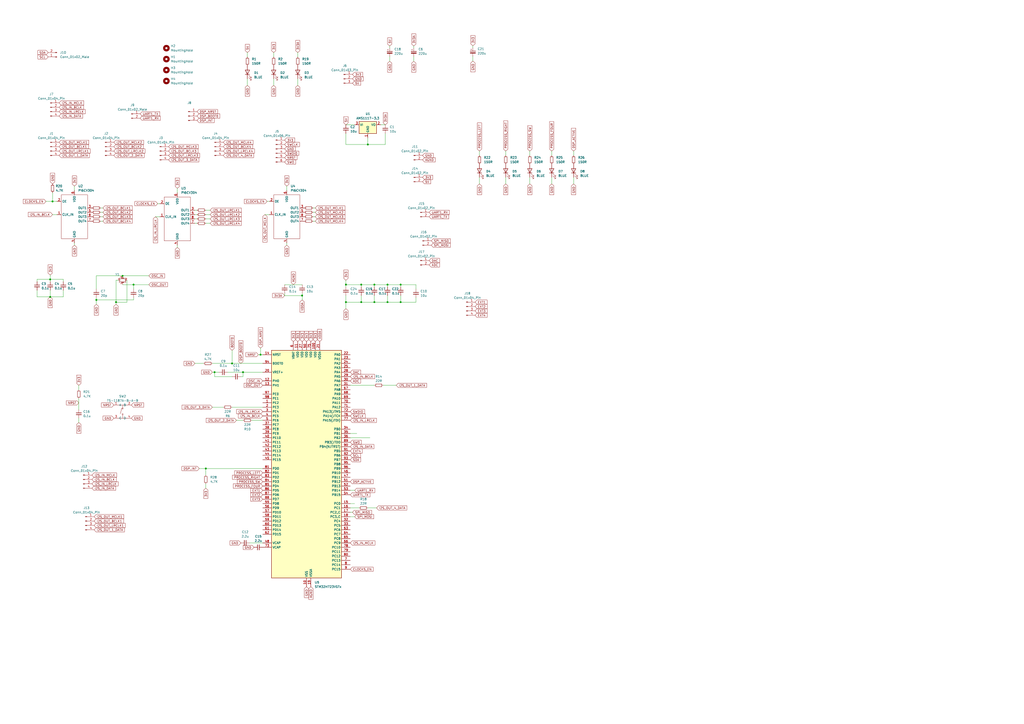
<source format=kicad_sch>
(kicad_sch (version 20231120) (generator "eeschema") (generator_version "8.0")
  (paper "A2")
  (junction (at 151.13 205.74))
  (junction (at 232.41 165.1))
  (junction (at 213.36 83.82))
  (junction (at 217.17 175.26))
  (junction (at 30.48 116.84))
  (junction (at 77.47 165.1))
  (junction (at 140.97 215.9))
  (junction (at 175.26 171.45))
  (junction (at 209.55 175.26))
  (junction (at 200.66 175.26))
  (junction (at 232.41 175.26))
  (junction (at 124.46 215.9))
  (junction (at 119.38 271.78))
  (junction (at 71.12 160.02))
  (junction (at 224.79 165.1))
  (junction (at 217.17 165.1))
  (junction (at 29.1123 162.0714))
  (junction (at 200.66 165.1))
  (junction (at 209.55 165.1))
  (junction (at 55.88 173.99))
  (junction (at 134.62 210.82))
  (junction (at 67.31 175.26))
  (junction (at 224.79 175.26))
  (junction (at 29.1123 172.2314))
  (wire (pts (xy 200.66 165.1) (xy 200.66 166.37)))
  (wire (pts (xy 232.41 175.26) (xy 241.3 175.26)))
  (wire (pts (xy 320.04 87.63) (xy 320.04 90.17)))
  (wire (pts (xy 203.2 292.1) (xy 205.74 292.1)))
  (wire (pts (xy 67.31 162.56) (xy 67.31 175.26)))
  (wire (pts (xy 45.72 231.14) (xy 45.72 237.49)))
  (wire (pts (xy 232.41 175.26) (xy 224.79 175.26)))
  (wire (pts (xy 123.19 215.9) (xy 124.46 215.9)))
  (wire (pts (xy 209.55 171.45) (xy 209.55 175.26)))
  (wire (pts (xy 240.03 26.67) (xy 240.03 27.813)))
  (wire (pts (xy 151.13 205.74) (xy 152.4 205.74)))
  (wire (pts (xy 71.12 160.02) (xy 55.88 160.02)))
  (wire (pts (xy 43.18 107.95) (xy 43.18 110.49)))
  (wire (pts (xy 232.41 171.45) (xy 232.41 175.26)))
  (wire (pts (xy 102.87 109.22) (xy 102.87 111.76)))
  (wire (pts (xy 182.88 128.27) (xy 181.61 128.27)))
  (wire (pts (xy 205.74 299.72) (xy 203.2 299.72)))
  (wire (pts (xy 172.72 49.53) (xy 172.72 45.72)))
  (wire (pts (xy 121.92 129.54) (xy 119.38 129.54)))
  (wire (pts (xy 226.06 26.67) (xy 226.06 27.813)))
  (wire (pts (xy 166.37 107.95) (xy 166.37 110.49)))
  (wire (pts (xy 119.38 271.78) (xy 152.4 271.78)))
  (wire (pts (xy 29.1123 159.5314) (xy 29.1123 162.0714)))
  (wire (pts (xy 224.79 171.45) (xy 224.79 175.26)))
  (wire (pts (xy 91.44 118.11) (xy 92.71 118.11)))
  (wire (pts (xy 217.17 171.45) (xy 217.17 175.26)))
  (wire (pts (xy 204.47 297.18) (xy 203.2 297.18)))
  (wire (pts (xy 29.1123 168.4214) (xy 29.1123 172.2314)))
  (wire (pts (xy 143.51 49.53) (xy 143.51 45.72)))
  (wire (pts (xy 59.69 128.27) (xy 58.42 128.27)))
  (wire (pts (xy 200.66 77.47) (xy 200.66 83.82)))
  (wire (pts (xy 241.3 167.64) (xy 241.3 165.1)))
  (wire (pts (xy 217.17 175.26) (xy 209.55 175.26)))
  (wire (pts (xy 213.36 80.01) (xy 213.36 83.82)))
  (wire (pts (xy 77.47 165.1) (xy 77.47 167.64)))
  (wire (pts (xy 274.32 26.543) (xy 274.32 27.686)))
  (wire (pts (xy 139.7 218.44) (xy 140.97 218.44)))
  (wire (pts (xy 59.69 123.19) (xy 58.42 123.19)))
  (wire (pts (xy 21.4923 162.0714) (xy 29.1123 162.0714)))
  (wire (pts (xy 55.88 172.72) (xy 55.88 173.99)))
  (wire (pts (xy 232.41 165.1) (xy 232.41 166.37)))
  (wire (pts (xy 224.79 175.26) (xy 217.17 175.26)))
  (wire (pts (xy 165.1 171.45) (xy 165.1 170.18)))
  (wire (pts (xy 218.44 294.64) (xy 213.36 294.64)))
  (wire (pts (xy 68.58 162.56) (xy 67.31 162.56)))
  (wire (pts (xy 59.69 120.65) (xy 58.42 120.65)))
  (wire (pts (xy 67.31 175.26) (xy 73.66 175.26)))
  (wire (pts (xy 71.12 160.02) (xy 86.36 160.02)))
  (wire (pts (xy 203.2 254) (xy 214.63 254)))
  (wire (pts (xy 55.88 173.99) (xy 55.88 176.53)))
  (wire (pts (xy 30.48 116.84) (xy 33.02 116.84)))
  (wire (pts (xy 154.94 116.84) (xy 156.21 116.84)))
  (wire (pts (xy 307.34 106.68) (xy 307.34 102.87)))
  (wire (pts (xy 55.88 173.99) (xy 77.47 173.99)))
  (wire (pts (xy 224.79 165.1) (xy 232.41 165.1)))
  (wire (pts (xy 67.31 175.26) (xy 67.31 176.53)))
  (wire (pts (xy 217.17 165.1) (xy 224.79 165.1)))
  (wire (pts (xy 121.92 121.92) (xy 119.38 121.92)))
  (wire (pts (xy 134.62 218.44) (xy 124.46 218.44)))
  (wire (pts (xy 240.03 35.56) (xy 240.03 32.893)))
  (wire (pts (xy 123.19 210.82) (xy 134.62 210.82)))
  (wire (pts (xy 114.3 124.46) (xy 113.03 124.46)))
  (wire (pts (xy 140.97 215.9) (xy 152.4 215.9)))
  (wire (pts (xy 124.46 215.9) (xy 127 215.9)))
  (wire (pts (xy 182.88 120.65) (xy 181.61 120.65)))
  (wire (pts (xy 36.7323 162.0714) (xy 36.7323 163.3414)))
  (wire (pts (xy 140.97 218.44) (xy 140.97 215.9)))
  (wire (pts (xy 45.72 223.52) (xy 45.72 226.06)))
  (wire (pts (xy 36.7323 168.4214) (xy 36.7323 172.2314)))
  (wire (pts (xy 209.55 165.1) (xy 217.17 165.1)))
  (wire (pts (xy 200.66 72.39) (xy 205.74 72.39)))
  (wire (pts (xy 134.62 236.22) (xy 152.4 236.22)))
  (wire (pts (xy 278.13 87.63) (xy 278.13 90.17)))
  (wire (pts (xy 278.13 106.68) (xy 278.13 102.87)))
  (wire (pts (xy 26.67 116.84) (xy 30.48 116.84)))
  (wire (pts (xy 203.2 251.46) (xy 207.01 251.46)))
  (wire (pts (xy 172.72 30.48) (xy 172.72 33.02)))
  (wire (pts (xy 153.67 124.46) (xy 156.21 124.46)))
  (wire (pts (xy 114.3 129.54) (xy 113.03 129.54)))
  (wire (pts (xy 200.66 162.56) (xy 200.66 165.1)))
  (wire (pts (xy 119.38 275.59) (xy 119.38 271.78)))
  (wire (pts (xy 124.46 218.44) (xy 124.46 215.9)))
  (wire (pts (xy 200.66 179.07) (xy 200.66 175.26)))
  (wire (pts (xy 146.05 243.84) (xy 152.4 243.84)))
  (wire (pts (xy 175.26 173.99) (xy 175.26 171.45)))
  (wire (pts (xy 132.08 215.9) (xy 140.97 215.9)))
  (wire (pts (xy 166.37 142.24) (xy 166.37 140.97)))
  (wire (pts (xy 217.17 165.1) (xy 217.17 166.37)))
  (wire (pts (xy 121.92 124.46) (xy 119.38 124.46)))
  (wire (pts (xy 137.16 243.84) (xy 140.97 243.84)))
  (wire (pts (xy 43.18 142.24) (xy 43.18 140.97)))
  (wire (pts (xy 209.55 165.1) (xy 209.55 166.37)))
  (wire (pts (xy 175.26 171.45) (xy 165.1 171.45)))
  (wire (pts (xy 36.7323 172.2314) (xy 29.1123 172.2314)))
  (wire (pts (xy 123.19 236.22) (xy 129.54 236.22)))
  (wire (pts (xy 113.03 210.82) (xy 118.11 210.82)))
  (wire (pts (xy 320.04 106.68) (xy 320.04 102.87)))
  (wire (pts (xy 226.06 35.56) (xy 226.06 32.893)))
  (wire (pts (xy 307.34 87.63) (xy 307.34 90.17)))
  (wire (pts (xy 102.87 143.51) (xy 102.87 142.24)))
  (wire (pts (xy 200.66 165.1) (xy 209.55 165.1)))
  (wire (pts (xy 77.47 173.99) (xy 77.47 172.72)))
  (wire (pts (xy 115.57 271.78) (xy 119.38 271.78)))
  (wire (pts (xy 241.3 172.72) (xy 241.3 175.26)))
  (wire (pts (xy 29.1123 162.0714) (xy 36.7323 162.0714)))
  (wire (pts (xy 151.13 201.93) (xy 151.13 205.74)))
  (wire (pts (xy 30.48 124.46) (xy 33.02 124.46)))
  (wire (pts (xy 90.17 125.73) (xy 92.71 125.73)))
  (wire (pts (xy 205.74 284.48) (xy 203.2 284.48)))
  (wire (pts (xy 208.28 294.64) (xy 203.2 294.64)))
  (wire (pts (xy 224.79 165.1) (xy 224.79 166.37)))
  (wire (pts (xy 143.51 30.48) (xy 143.51 33.02)))
  (wire (pts (xy 144.78 314.96) (xy 152.4 314.96)))
  (wire (pts (xy 119.38 283.21) (xy 119.38 280.67)))
  (wire (pts (xy 213.36 83.82) (xy 223.52 83.82)))
  (wire (pts (xy 293.37 87.63) (xy 293.37 90.17)))
  (wire (pts (xy 55.88 160.02) (xy 55.88 167.64)))
  (wire (pts (xy 29.1123 162.0714) (xy 29.1123 163.3414)))
  (wire (pts (xy 134.62 203.2) (xy 134.62 210.82)))
  (wire (pts (xy 29.1123 172.2314) (xy 21.4923 172.2314)))
  (wire (pts (xy 59.69 125.73) (xy 58.42 125.73)))
  (wire (pts (xy 232.41 165.1) (xy 241.3 165.1)))
  (wire (pts (xy 332.74 87.63) (xy 332.74 90.17)))
  (wire (pts (xy 223.52 72.39) (xy 220.98 72.39)))
  (wire (pts (xy 223.52 83.82) (xy 223.52 77.47)))
  (wire (pts (xy 114.3 127) (xy 113.03 127)))
  (wire (pts (xy 165.1 165.1) (xy 175.26 165.1)))
  (wire (pts (xy 293.37 106.68) (xy 293.37 102.87)))
  (wire (pts (xy 30.48 111.76) (xy 30.48 116.84)))
  (wire (pts (xy 149.86 205.74) (xy 151.13 205.74)))
  (wire (pts (xy 73.66 162.56) (xy 73.66 175.26)))
  (wire (pts (xy 209.55 175.26) (xy 200.66 175.26)))
  (wire (pts (xy 332.74 106.68) (xy 332.74 102.87)))
  (wire (pts (xy 200.66 175.26) (xy 200.66 171.45)))
  (wire (pts (xy 45.72 245.11) (xy 45.72 242.57)))
  (wire (pts (xy 114.3 121.92) (xy 113.03 121.92)))
  (wire (pts (xy 200.66 83.82) (xy 213.36 83.82)))
  (wire (pts (xy 77.47 165.1) (xy 86.36 165.1)))
  (wire (pts (xy 175.26 171.45) (xy 175.26 170.18)))
  (wire (pts (xy 158.75 30.48) (xy 158.75 33.02)))
  (wire (pts (xy 274.32 35.433) (xy 274.32 32.766)))
  (wire (pts (xy 229.87 223.52) (xy 222.25 223.52)))
  (wire (pts (xy 203.2 223.52) (xy 217.17 223.52)))
  (wire (pts (xy 21.4923 162.0714) (xy 21.4923 163.3414)))
  (wire (pts (xy 134.62 210.82) (xy 152.4 210.82)))
  (wire (pts (xy 182.88 125.73) (xy 181.61 125.73)))
  (wire (pts (xy 158.75 49.53) (xy 158.75 45.72)))
  (wire (pts (xy 182.88 123.19) (xy 181.61 123.19)))
  (wire (pts (xy 21.4923 168.4214) (xy 21.4923 172.2314)))
  (wire (pts (xy 121.92 127) (xy 119.38 127)))
  (wire (pts (xy 71.12 165.1) (xy 77.47 165.1)))
  (global_label "I2S_IN_BCLK" (shape input) (at 34.29 62.23 0) (property "Intersheetrefs" "${INTERSHEET_REFS}" (effects (hide yes))))
  (global_label "GND" (shape input) (at 320.04 106.68 270) (property "Intersheetrefs" "${INTERSHEET_REFS}" (effects (hide yes))))
  (global_label "SWO" (shape input) (at 203.2 256.54 0) (property "Intersheetrefs" "${INTERSHEET_REFS}" (effects (hide yes))))
  (global_label "3V3" (shape input) (at 43.18 107.95 90) (property "Intersheetrefs" "${INTERSHEET_REFS}" (effects (hide yes))))
  (global_label "3V3" (shape input) (at 102.87 109.22 90) (property "Intersheetrefs" "${INTERSHEET_REFS}" (effects (hide yes))))
  (global_label "GND" (shape input) (at 293.37 106.68 270) (property "Intersheetrefs" "${INTERSHEET_REFS}" (effects (hide yes))))
  (global_label "SCL" (shape input) (at 203.2 264.16 0) (property "Intersheetrefs" "${INTERSHEET_REFS}" (effects (hide yes))))
  (global_label "I2S_OUT_LRCLK1" (shape input) (at 121.92 121.92 0) (property "Intersheetrefs" "${INTERSHEET_REFS}" (effects (hide yes))))
  (global_label "3V3" (shape input) (at 119.38 283.21 270) (property "Intersheetrefs" "${INTERSHEET_REFS}" (effects (hide yes))))
  (global_label "SPI_MOSI" (shape input) (at 250.19 142.24 0) (property "Intersheetrefs" "${INTERSHEET_REFS}" (effects (hide yes))))
  (global_label "VDDA" (shape input) (at 175.26 173.99 270) (property "Intersheetrefs" "${INTERSHEET_REFS}" (effects (hide yes))))
  (global_label "SWCLK" (shape input) (at 203.2 241.3 0) (property "Intersheetrefs" "${INTERSHEET_REFS}" (effects (hide yes))))
  (global_label "SCL" (shape input) (at 27.94 33.02 180) (property "Intersheetrefs" "${INTERSHEET_REFS}" (effects (hide yes))))
  (global_label "EXT1" (shape input) (at 275.59 175.26 0) (property "Intersheetrefs" "${INTERSHEET_REFS}" (effects (hide yes))))
  (global_label "I2S_IN_LRCLK" (shape input) (at 152.4 238.76 180) (property "Intersheetrefs" "${INTERSHEET_REFS}" (effects (hide yes))))
  (global_label "5V" (shape input) (at 200.66 72.39 90) (property "Intersheetrefs" "${INTERSHEET_REFS}" (effects (hide yes))))
  (global_label "3V3" (shape input) (at 245.11 102.87 0) (property "Intersheetrefs" "${INTERSHEET_REFS}" (effects (hide yes))))
  (global_label "OSC_IN" (shape input) (at 86.36 160.02 0) (property "Intersheetrefs" "${INTERSHEET_REFS}" (effects (hide yes))))
  (global_label "I2S_OUT_BCLK4" (shape input) (at 129.54 85.09 0) (property "Intersheetrefs" "${INTERSHEET_REFS}" (effects (hide yes))))
  (global_label "SPI_MOSI" (shape input) (at 205.74 299.72 0) (property "Intersheetrefs" "${INTERSHEET_REFS}" (effects (hide yes))))
  (global_label "GND" (shape input) (at 200.66 179.07 270) (property "Intersheetrefs" "${INTERSHEET_REFS}" (effects (hide yes))))
  (global_label "GND" (shape input) (at 113.03 210.82 180) (property "Intersheetrefs" "${INTERSHEET_REFS}" (effects (hide yes))))
  (global_label "I2S_OUT_4_DATA" (shape input) (at 129.54 90.17 0) (property "Intersheetrefs" "${INTERSHEET_REFS}" (effects (hide yes))))
  (global_label "GND" (shape input) (at 102.87 143.51 270) (property "Intersheetrefs" "${INTERSHEET_REFS}" (effects (hide yes))))
  (global_label "UART1_RX" (shape input) (at 205.74 284.48 0) (property "Intersheetrefs" "${INTERSHEET_REFS}" (effects (hide yes))))
  (global_label "5V" (shape input) (at 226.06 26.67 90) (property "Intersheetrefs" "${INTERSHEET_REFS}" (effects (hide yes))))
  (global_label "I2S_OUT_1_DATA" (shape input) (at 54.61 307.34 0) (property "Intersheetrefs" "${INTERSHEET_REFS}" (effects (hide yes))))
  (global_label "DAC" (shape input) (at 248.92 151.13 0) (property "Intersheetrefs" "${INTERSHEET_REFS}" (effects (hide yes))))
  (global_label "PROCESS_LEFT" (shape input) (at 152.4 274.32 180) (property "Intersheetrefs" "${INTERSHEET_REFS}" (effects (hide yes))))
  (global_label "3V3" (shape input) (at 180.34 198.12 90) (property "Intersheetrefs" "${INTERSHEET_REFS}" (effects (hide yes))))
  (global_label "GND" (shape input) (at 240.03 35.56 270) (property "Intersheetrefs" "${INTERSHEET_REFS}" (effects (hide yes))))
  (global_label "GND" (shape input) (at 165.1 86.36 0) (property "Intersheetrefs" "${INTERSHEET_REFS}" (effects (hide yes))))
  (global_label "EXT3" (shape input) (at 275.59 180.34 0) (property "Intersheetrefs" "${INTERSHEET_REFS}" (effects (hide yes))))
  (global_label "UART1_TX" (shape input) (at 248.92 125.73 0) (property "Intersheetrefs" "${INTERSHEET_REFS}" (effects (hide yes))))
  (global_label "I2S_IN_DATA" (shape input) (at 203.2 259.08 0) (property "Intersheetrefs" "${INTERSHEET_REFS}" (effects (hide yes))))
  (global_label "I2S_OUT_MCLK4" (shape input) (at 129.54 82.55 0) (property "Intersheetrefs" "${INTERSHEET_REFS}" (effects (hide yes))))
  (global_label "EXT2" (shape input) (at 275.59 177.8 0) (property "Intersheetrefs" "${INTERSHEET_REFS}" (effects (hide yes))))
  (global_label "BOOT0" (shape input) (at 134.62 203.2 90) (property "Intersheetrefs" "${INTERSHEET_REFS}" (effects (hide yes))))
  (global_label "I2S_IN_BCLK" (shape input) (at 152.4 241.3 180) (property "Intersheetrefs" "${INTERSHEET_REFS}" (effects (hide yes))))
  (global_label "I2S_IN_MCLK" (shape input) (at 53.34 275.59 0) (property "Intersheetrefs" "${INTERSHEET_REFS}" (effects (hide yes))))
  (global_label "SWDIO" (shape input) (at 203.2 238.76 0) (property "Intersheetrefs" "${INTERSHEET_REFS}" (effects (hide yes))))
  (global_label "I2S_OUT_BCLK2" (shape input) (at 66.04 85.09 0) (property "Intersheetrefs" "${INTERSHEET_REFS}" (effects (hide yes))))
  (global_label "I2S_OUT_LRCLK3" (shape input) (at 97.79 90.17 0) (property "Intersheetrefs" "${INTERSHEET_REFS}" (effects (hide yes))))
  (global_label "I2S_OUT_MCLK1" (shape input) (at 182.88 120.65 0) (property "Intersheetrefs" "${INTERSHEET_REFS}" (effects (hide yes))))
  (global_label "GND" (shape input) (at 158.75 49.53 270) (property "Intersheetrefs" "${INTERSHEET_REFS}" (effects (hide yes))))
  (global_label "I2S_IN_LRCLK" (shape input) (at 34.29 64.77 0) (property "Intersheetrefs" "${INTERSHEET_REFS}" (effects (hide yes))))
  (global_label "I2S_OUT_MCLK3" (shape input) (at 97.79 85.09 0) (property "Intersheetrefs" "${INTERSHEET_REFS}" (effects (hide yes))))
  (global_label "GND" (shape input) (at 67.31 176.53 270) (property "Intersheetrefs" "${INTERSHEET_REFS}" (effects (hide yes))))
  (global_label "UART1_RX" (shape input) (at 248.92 123.19 0) (property "Intersheetrefs" "${INTERSHEET_REFS}" (effects (hide yes))))
  (global_label "3V3" (shape input) (at 177.8 198.12 90) (property "Intersheetrefs" "${INTERSHEET_REFS}" (effects (hide yes))))
  (global_label "5V" (shape input) (at 143.51 30.48 90) (property "Intersheetrefs" "${INTERSHEET_REFS}" (effects (hide yes))))
  (global_label "OSC_OUT" (shape input) (at 86.36 165.1 0) (property "Intersheetrefs" "${INTERSHEET_REFS}" (effects (hide yes))))
  (global_label "3V3A" (shape input) (at 223.52 72.39 90) (property "Intersheetrefs" "${INTERSHEET_REFS}" (effects (hide yes))))
  (global_label "SDA" (shape input) (at 27.94 30.48 180) (property "Intersheetrefs" "${INTERSHEET_REFS}" (effects (hide yes))))
  (global_label "NRST" (shape input) (at 76.2 234.95 0) (property "Intersheetrefs" "${INTERSHEET_REFS}" (effects (hide yes))))
  (global_label "3V3" (shape input) (at 200.66 162.56 90) (property "Intersheetrefs" "${INTERSHEET_REFS}" (effects (hide yes))))
  (global_label "I2S_OUT_MCLK3" (shape input) (at 182.88 125.73 0) (property "Intersheetrefs" "${INTERSHEET_REFS}" (effects (hide yes))))
  (global_label "5V" (shape input) (at 245.11 105.41 0) (property "Intersheetrefs" "${INTERSHEET_REFS}" (effects (hide yes))))
  (global_label "GND" (shape input) (at 139.7 314.96 180) (property "Intersheetrefs" "${INTERSHEET_REFS}" (effects (hide yes))))
  (global_label "I2S_OUT_BCLK1" (shape input) (at 34.29 85.09 0) (property "Intersheetrefs" "${INTERSHEET_REFS}" (effects (hide yes))))
  (global_label "I2S_OUT_MCLK1" (shape input) (at 34.29 82.55 0) (property "Intersheetrefs" "${INTERSHEET_REFS}" (effects (hide yes))))
  (global_label "3V3A" (shape input) (at 172.72 30.48 90) (property "Intersheetrefs" "${INTERSHEET_REFS}" (effects (hide yes))))
  (global_label "PROCESS_FOUR" (shape input) (at 152.4 281.94 180) (property "Intersheetrefs" "${INTERSHEET_REFS}" (effects (hide yes))))
  (global_label "CLOCKS_EN" (shape input) (at 26.67 116.84 180) (property "Intersheetrefs" "${INTERSHEET_REFS}" (effects (hide yes))))
  (global_label "I2S_OUT_LRCLK2" (shape input) (at 121.92 124.46 0) (property "Intersheetrefs" "${INTERSHEET_REFS}" (effects (hide yes))))
  (global_label "GND" (shape input) (at 143.51 49.53 270) (property "Intersheetrefs" "${INTERSHEET_REFS}" (effects (hide yes))))
  (global_label "GND" (shape input) (at 147.32 317.5 180) (property "Intersheetrefs" "${INTERSHEET_REFS}" (effects (hide yes))))
  (global_label "UART1_RX" (shape input) (at 81.28 68.58 0) (property "Intersheetrefs" "${INTERSHEET_REFS}" (effects (hide yes))))
  (global_label "I2S_OUT_LRCLK4" (shape input) (at 121.92 129.54 0) (property "Intersheetrefs" "${INTERSHEET_REFS}" (effects (hide yes))))
  (global_label "3V3" (shape input) (at 172.72 198.12 90) (property "Intersheetrefs" "${INTERSHEET_REFS}" (effects (hide yes))))
  (global_label "I2S_OUT_BCLK3" (shape input) (at 97.79 87.63 0) (property "Intersheetrefs" "${INTERSHEET_REFS}" (effects (hide yes))))
  (global_label "GND" (shape input) (at 76.2 242.57 0) (property "Intersheetrefs" "${INTERSHEET_REFS}" (effects (hide yes))))
  (global_label "I2S_OUT_LRCLK3" (shape input) (at 121.92 127 0) (property "Intersheetrefs" "${INTERSHEET_REFS}" (effects (hide yes))))
  (global_label "EXT4" (shape input) (at 275.59 182.88 0) (property "Intersheetrefs" "${INTERSHEET_REFS}" (effects (hide yes))))
  (global_label "3V3" (shape input) (at 170.18 198.12 90) (property "Intersheetrefs" "${INTERSHEET_REFS}" (effects (hide yes))))
  (global_label "I2S_OUT_2_DATA" (shape input) (at 66.04 90.17 0) (property "Intersheetrefs" "${INTERSHEET_REFS}" (effects (hide yes))))
  (global_label "I2S_OUT_LRCLK2" (shape input) (at 66.04 87.63 0) (property "Intersheetrefs" "${INTERSHEET_REFS}" (effects (hide yes))))
  (global_label "I2S_OUT_LRCLK1" (shape input) (at 34.29 87.63 0) (property "Intersheetrefs" "${INTERSHEET_REFS}" (effects (hide yes))))
  (global_label "CLOCKS_EN" (shape input) (at 91.44 118.11 180) (property "Intersheetrefs" "${INTERSHEET_REFS}" (effects (hide yes))))
  (global_label "SWDIO" (shape input) (at 165.1 88.9 0) (property "Intersheetrefs" "${INTERSHEET_REFS}" (effects (hide yes))))
  (global_label "NRST" (shape input) (at 66.04 234.95 180) (property "Intersheetrefs" "${INTERSHEET_REFS}" (effects (hide yes))))
  (global_label "I2S_OUT_4_DATA" (shape input) (at 218.44 294.64 0) (property "Intersheetrefs" "${INTERSHEET_REFS}" (effects (hide yes))))
  (global_label "3V3" (shape input) (at 182.88 198.12 90) (property "Intersheetrefs" "${INTERSHEET_REFS}" (effects (hide yes))))
  (global_label "I2S_IN_MCLK" (shape input) (at 203.2 314.96 0) (property "Intersheetrefs" "${INTERSHEET_REFS}" (effects (hide yes))))
  (global_label "I2S_IN_BCLK" (shape input) (at 203.2 218.44 0) (property "Intersheetrefs" "${INTERSHEET_REFS}" (effects (hide yes))))
  (global_label "I2S_OUT_MCLK" (shape input) (at 153.67 124.46 270) (property "Intersheetrefs" "${INTERSHEET_REFS}" (effects (hide yes))))
  (global_label "DSP_INT" (shape input) (at 115.57 271.78 180) (property "Intersheetrefs" "${INTERSHEET_REFS}" (effects (hide yes))))
  (global_label "3V3" (shape input) (at 166.37 107.95 90) (property "Intersheetrefs" "${INTERSHEET_REFS}" (effects (hide yes))))
  (global_label "EXT2" (shape input) (at 152.4 287.02 180) (property "Intersheetrefs" "${INTERSHEET_REFS}" (effects (hide yes))))
  (global_label "GND" (shape input) (at 166.37 142.24 270) (property "Intersheetrefs" "${INTERSHEET_REFS}" (effects (hide yes))))
  (global_label "5V" (shape input) (at 204.47 48.26 0) (property "Intersheetrefs" "${INTERSHEET_REFS}" (effects (hide yes))))
  (global_label "GND" (shape input) (at 30.48 106.68 90) (property "Intersheetrefs" "${INTERSHEET_REFS}" (effects (hide yes))))
  (global_label "I2S_OUT_MCLK2" (shape input) (at 182.88 123.19 0) (property "Intersheetrefs" "${INTERSHEET_REFS}" (effects (hide yes))))
  (global_label "PROCESS_RIGHT" (shape input) (at 152.4 276.86 180) (property "Intersheetrefs" "${INTERSHEET_REFS}" (effects (hide yes))))
  (global_label "GND" (shape input) (at 204.47 45.72 0) (property "Intersheetrefs" "${INTERSHEET_REFS}" (effects (hide yes))))
  (global_label "3V3" (shape input) (at 175.26 198.12 90) (property "Intersheetrefs" "${INTERSHEET_REFS}" (effects (hide yes))))
  (global_label "GND" (shape input) (at 55.88 176.53 270) (property "Intersheetrefs" "${INTERSHEET_REFS}" (effects (hide yes))))
  (global_label "I2S_OUT_1_DATA" (shape input) (at 34.29 90.17 0) (property "Intersheetrefs" "${INTERSHEET_REFS}" (effects (hide yes))))
  (global_label "GND" (shape input) (at 274.32 35.433 270) (property "Intersheetrefs" "${INTERSHEET_REFS}" (effects (hide yes))))
  (global_label "3V3A" (shape input) (at 240.03 26.67 90) (property "Intersheetrefs" "${INTERSHEET_REFS}" (effects (hide yes))))
  (global_label "I2S_OUT_LRCLK1" (shape input) (at 54.61 304.8 0) (property "Intersheetrefs" "${INTERSHEET_REFS}" (effects (hide yes))))
  (global_label "I2S_OUT_BCLK4" (shape input) (at 59.69 128.27 0) (property "Intersheetrefs" "${INTERSHEET_REFS}" (effects (hide yes))))
  (global_label "GND" (shape input) (at 66.04 242.57 180) (property "Intersheetrefs" "${INTERSHEET_REFS}" (effects (hide yes))))
  (global_label "3V3" (shape input) (at 45.72 223.52 90) (property "Intersheetrefs" "${INTERSHEET_REFS}" (effects (hide yes))))
  (global_label "SPI_MISO" (shape input) (at 204.47 297.18 0) (property "Intersheetrefs" "${INTERSHEET_REFS}" (effects (hide yes))))
  (global_label "I2S_OUT_LRCLK4" (shape input) (at 129.54 87.63 0) (property "Intersheetrefs" "${INTERSHEET_REFS}" (effects (hide yes))))
  (global_label "GND" (shape input) (at 307.34 106.68 270) (property "Intersheetrefs" "${INTERSHEET_REFS}" (effects (hide yes))))
  (global_label "NRST" (shape input) (at 45.72 233.68 180) (property "Intersheetrefs" "${INTERSHEET_REFS}" (effects (hide yes))))
  (global_label "SWO" (shape input) (at 165.1 93.98 0) (property "Intersheetrefs" "${INTERSHEET_REFS}" (effects (hide yes))))
  (global_label "GND" (shape input) (at 332.74 106.68 270) (property "Intersheetrefs" "${INTERSHEET_REFS}" (effects (hide yes))))
  (global_label "DSP_INT" (shape input) (at 114.3 69.85 0) (property "Intersheetrefs" "${INTERSHEET_REFS}" (effects (hide yes))))
  (global_label "I2S_IN_DATA" (shape input) (at 34.29 67.31 0) (property "Intersheetrefs" "${INTERSHEET_REFS}" (effects (hide yes))))
  (global_label "I2S_IN_DATA" (shape input) (at 53.34 283.21 0) (property "Intersheetrefs" "${INTERSHEET_REFS}" (effects (hide yes))))
  (global_label "UART1_TX" (shape input) (at 81.28 66.04 0) (property "Intersheetrefs" "${INTERSHEET_REFS}" (effects (hide yes))))
  (global_label "3V3" (shape input) (at 274.32 26.543 90) (property "Intersheetrefs" "${INTERSHEET_REFS}" (effects (hide yes))))
  (global_label "VDDA" (shape input) (at 185.42 198.12 90) (property "Intersheetrefs" "${INTERSHEET_REFS}" (effects (hide yes))))
  (global_label "GND" (shape input) (at 123.19 215.9 180) (property "Intersheetrefs" "${INTERSHEET_REFS}" (effects (hide yes))))
  (global_label "3V3" (shape input) (at 158.75 30.48 90) (property "Intersheetrefs" "${INTERSHEET_REFS}" (effects (hide yes))))
  (global_label "GND" (shape input) (at 278.13 106.68 270) (property "Intersheetrefs" "${INTERSHEET_REFS}" (effects (hide yes))))
  (global_label "EXT3" (shape input) (at 152.4 289.56 180) (property "Intersheetrefs" "${INTERSHEET_REFS}" (effects (hide yes))))
  (global_label "DSP_BOOT0" (shape input) (at 139.7 210.82 90) (property "Intersheetrefs" "${INTERSHEET_REFS}" (effects (hide yes))))
  (global_label "GND" (shape input) (at 245.11 90.17 0) (property "Intersheetrefs" "${INTERSHEET_REFS}" (effects (hide yes))))
  (global_label "DSP_NRST" (shape input) (at 151.13 201.93 90) (property "Intersheetrefs" "${INTERSHEET_REFS}" (effects (hide yes))))
  (global_label "I2S_OUT_MCLK4" (shape input) (at 182.88 128.27 0) (property "Intersheetrefs" "${INTERSHEET_REFS}" (effects (hide yes))))
  (global_label "DSP_ACTIVE" (shape input) (at 203.2 279.4 0) (property "Intersheetrefs" "${INTERSHEET_REFS}" (effects (hide yes))))
  (global_label "AGND" (shape input) (at 180.34 340.36 270) (property "Intersheetrefs" "${INTERSHEET_REFS}" (effects (hide yes))))
  (global_label "I2S_OUT_2_DATA" (shape input) (at 137.16 243.84 180) (property "Intersheetrefs" "${INTERSHEET_REFS}" (effects (hide yes))))
  (global_label "I2S_OUT_MCLK2" (shape input) (at 66.04 82.55 0) (property "Intersheetrefs" "${INTERSHEET_REFS}" (effects (hide yes))))
  (global_label "AGND" (shape input) (at 170.18 165.1 90) (property "Intersheetrefs" "${INTERSHEET_REFS}" (effects (hide yes))))
  (global_label "OSC_OUT" (shape input) (at 152.4 223.52 180) (property "Intersheetrefs" "${INTERSHEET_REFS}" (effects (hide yes))))
  (global_label "GND" (shape input) (at 226.06 35.56 270) (property "Intersheetrefs" "${INTERSHEET_REFS}" (effects (hide yes))))
  (global_label "I2S_OUT_3_DATA" (shape input) (at 97.79 92.71 0) (property "Intersheetrefs" "${INTERSHEET_REFS}" (effects (hide yes))))
  (global_label "PROCESS_RIGHT" (shape input) (at 293.37 87.63 90) (property "Intersheetrefs" "${INTERSHEET_REFS}" (effects (hide yes))))
  (global_label "DSP_ACTIVE" (shape input) (at 332.74 87.63 90) (property "Intersheetrefs" "${INTERSHEET_REFS}" (effects (hide yes))))
  (global_label "I2S_OUT_1_DATA" (shape input) (at 229.87 223.52 0) (property "Intersheetrefs" "${INTERSHEET_REFS}" (effects (hide yes))))
  (global_label "I2S_OUT_BCLK2" (shape input) (at 59.69 123.19 0) (property "Intersheetrefs" "${INTERSHEET_REFS}" (effects (hide yes))))
  (global_label "CLOCKS_EN" (shape input) (at 203.2 330.2 0) (property "Intersheetrefs" "${INTERSHEET_REFS}" (effects (hide yes))))
  (global_label "I2S_OUT_BCLK1" (shape input) (at 54.61 302.26 0) (property "Intersheetrefs" "${INTERSHEET_REFS}" (effects (hide yes))))
  (global_label "SPI_MISO" (shape input) (at 250.19 139.7 0) (property "Intersheetrefs" "${INTERSHEET_REFS}" (effects (hide yes))))
  (global_label "GND" (shape input) (at 45.72 245.11 270) (property "Intersheetrefs" "${INTERSHEET_REFS}" (effects (hide yes))))
  (global_label "3V3" (shape input) (at 29.1123 159.5314 90) (property "Intersheetrefs" "${INTERSHEET_REFS}" (effects (hide yes))))
  (global_label "I2S_IN_MCLK" (shape input) (at 34.29 59.69 0) (property "Intersheetrefs" "${INTERSHEET_REFS}" (effects (hide yes))))
  (global_label "SWCLK" (shape input) (at 165.1 83.82 0) (property "Intersheetrefs" "${INTERSHEET_REFS}" (effects (hide yes))))
  (global_label "3V3A" (shape input) (at 165.1 171.45 180) (property "Intersheetrefs" "${INTERSHEET_REFS}" (effects (hide yes))))
  (global_label "EXT1" (shape input) (at 152.4 284.48 180) (property "Intersheetrefs" "${INTERSHEET_REFS}" (effects (hide yes))))
  (global_label "PROCESS_SW" (shape input) (at 307.34 87.63 90) (property "Intersheetrefs" "${INTERSHEET_REFS}" (effects (hide yes))))
  (global_label "I2S_IN_LRCLK" (shape input) (at 90.17 125.73 270) (property "Intersheetrefs" "${INTERSHEET_REFS}" (effects (hide yes))))
  (global_label "I2S_OUT_BCLK3" (shape input) (at 59.69 125.73 0) (property "Intersheetrefs" "${INTERSHEET_REFS}" (effects (hide yes))))
  (global_label "UART1_TX" (shape input) (at 203.2 287.02 0) (property "Intersheetrefs" "${INTERSHEET_REFS}" (effects (hide yes))))
  (global_label "NRST" (shape input) (at 149.86 205.74 180) (property "Intersheetrefs" "${INTERSHEET_REFS}" (effects (hide yes))))
  (global_label "PROCESS_FOUR" (shape input) (at 320.04 87.63 90) (property "Intersheetrefs" "${INTERSHEET_REFS}" (effects (hide yes))))
  (global_label "OSC_IN" (shape input) (at 152.4 220.98 180) (property "Intersheetrefs" "${INTERSHEET_REFS}" (effects (hide yes))))
  (global_label "DAC" (shape input) (at 203.2 215.9 0) (property "Intersheetrefs" "${INTERSHEET_REFS}" (effects (hide yes))))
  (global_label "I2S_OUT_MCLK1" (shape input) (at 54.61 299.72 0) (property "Intersheetrefs" "${INTERSHEET_REFS}" (effects (hide yes))))
  (global_label "DSP_BOOT0" (shape input) (at 114.3 67.31 0) (property "Intersheetrefs" "${INTERSHEET_REFS}" (effects (hide yes))))
  (global_label "ADC" (shape input) (at 248.92 153.67 0) (property "Intersheetrefs" "${INTERSHEET_REFS}" (effects (hide yes))))
  (global_label "I2S_IN_LRCLK" (shape input) (at 53.34 280.67 0) (property "Intersheetrefs" "${INTERSHEET_REFS}" (effects (hide yes))))
  (global_label "PROCESS_SW" (shape input) (at 152.4 279.4 180) (property "Intersheetrefs" "${INTERSHEET_REFS}" (effects (hide yes))))
  (global_label "I2S_OUT_3_DATA" (shape input) (at 123.19 236.22 180) (property "Intersheetrefs" "${INTERSHEET_REFS}" (effects (hide yes))))
  (global_label "I2S_IN_BCLK" (shape input) (at 30.48 124.46 180) (property "Intersheetrefs" "${INTERSHEET_REFS}" (effects (hide yes))))
  (global_label "3V3" (shape input) (at 204.47 43.18 0) (property "Intersheetrefs" "${INTERSHEET_REFS}" (effects (hide yes))))
  (global_label "DSP_NRST" (shape input) (at 114.3 64.77 0) (property "Intersheetrefs" "${INTERSHEET_REFS}" (effects (hide yes))))
  (global_label "I2S_IN_BCLK" (shape input) (at 53.34 278.13 0) (property "Intersheetrefs" "${INTERSHEET_REFS}" (effects (hide yes))))
  (global_label "CLOCKS_EN" (shape input) (at 154.94 116.84 180) (property "Intersheetrefs" "${INTERSHEET_REFS}" (effects (hide yes))))
  (global_label "ADC" (shape input) (at 203.2 220.98 0) (property "Intersheetrefs" "${INTERSHEET_REFS}" (effects (hide yes))))
  (global_label "GND" (shape input) (at 43.18 142.24 270) (property "Intersheetrefs" "${INTERSHEET_REFS}" (effects (hide yes))))
  (global_label "AGND" (shape input) (at 245.11 92.71 0) (property "Intersheetrefs" "${INTERSHEET_REFS}" (effects (hide yes))))
  (global_label "PROCESS_LEFT" (shape input) (at 278.13 87.63 90) (property "Intersheetrefs" "${INTERSHEET_REFS}" (effects (hide yes))))
  (global_label "GND" (shape input) (at 29.1123 172.2314 270) (property "Intersheetrefs" "${INTERSHEET_REFS}" (effects (hide yes))))
  (global_label "EXT4" (shape input) (at 203.2 261.62 0) (property "Intersheetrefs" "${INTERSHEET_REFS}" (effects (hide yes))))
  (global_label "NRST" (shape input) (at 165.1 91.44 0) (property "Intersheetrefs" "${INTERSHEET_REFS}" (effects (hide yes))))
  (global_label "3V3" (shape input) (at 165.1 81.28 0) (property "Intersheetrefs" "${INTERSHEET_REFS}" (effects (hide yes))))
  (global_label "SDA" (shape input) (at 203.2 266.7 0) (property "Intersheetrefs" "${INTERSHEET_REFS}" (effects (hide yes))))
  (global_label "GND" (shape input) (at 172.72 49.53 270) (property "Intersheetrefs" "${INTERSHEET_REFS}" (effects (hide yes))))
  (global_label "GND" (shape input) (at 177.8 340.36 270) (property "Intersheetrefs" "${INTERSHEET_REFS}" (effects (hide yes))))
  (global_label "I2S_OUT_BCLK1" (shape input) (at 59.69 120.65 0) (property "Intersheetrefs" "${INTERSHEET_REFS}" (effects (hide yes))))
  (global_label "I2S_IN_LRCLK" (shape input) (at 203.2 243.84 0) (property "Intersheetrefs" "${INTERSHEET_REFS}" (effects (hide yes))))
  (symbol (lib_id "Device:LED") (at 158.75 41.91 90) (unit 1)
    (property "Reference" "D2" (at 162.56 42.2274 90) (effects (justify right)))
    (property "Value" "BLUE" (at 162.56 44.7674 90) (effects (justify right)))
    (property "Footprint" "Diode_SMD:D_0805_2012Metric" (effects (hide yes)))
    (property "Description" "Light emitting diode" (effects (hide yes)))
    (property "LCSC" "C84259" (effects (hide yes)))
  )
  (symbol (lib_id "Connector:Conn_01x02_Male") (at 33.02 33.02 180) (unit 1)
    (property "Reference" "J10" (at 34.798 30.4799 0) (effects (justify right)))
    (property "Value" "Conn_01x02_Male" (at 34.798 33.0199 0) (effects (justify right)))
    (property "Footprint" "Connector_JST:JST_PH_B2B-PH-K_1x02_P2.00mm_Vertical" (effects (hide yes)))
  )
  (symbol (lib_id "Device:C_Small") (at 241.3 170.18 0) (unit 1)
    (property "Reference" "C10" (at 243.84 168.9162 0) (effects (justify left)))
    (property "Value" "10u" (at 243.84 171.4562 0) (effects (justify left)))
    (property "Footprint" "Capacitor_SMD:C_1206_3216Metric" (effects (hide yes)))
    (property "Description" "Unpolarized capacitor, small symbol" (effects (hide yes)))
    (property "LCSC" "C13585" (effects (hide yes)))
  )
  (symbol (lib_id "Device:C_Small") (at 21.4923 165.8814 0) (unit 1)
    (property "Reference" "C3" (at 24.0323 164.6176 0) (effects (justify left)))
    (property "Value" "0.1u" (at 24.0323 167.1576 0) (effects (justify left)))
    (property "Footprint" "Capacitor_SMD:C_0805_2012Metric" (effects (hide yes)))
    (property "Description" "Unpolarized capacitor, small symbol" (effects (hide yes)))
    (property "LCSC" "C28233" (effects (hide yes)))
  )
  (symbol (lib_id "Device:C_Small") (at 224.79 168.91 0) (unit 1)
    (property "Reference" "C22" (at 227.33 167.6462 0) (effects (justify left)))
    (property "Value" "0.1u" (at 227.33 170.1862 0) (effects (justify left)))
    (property "Footprint" "Capacitor_SMD:C_0805_2012Metric" (effects (hide yes)))
    (property "Description" "Unpolarized capacitor, small symbol" (effects (hide yes)))
    (property "LCSC" "C28233" (effects (hide yes)))
  )
  (symbol (lib_id "Connector:Conn_01x02_Pin") (at 243.84 151.13 0) (unit 1)
    (property "Reference" "J17" (at 244.475 146.05 0))
    (property "Value" "Conn_01x02_Pin" (at 244.475 148.59 0))
    (property "Footprint" "Connector_PinHeader_2.54mm:PinHeader_1x02_P2.54mm_Vertical" (effects (hide yes)))
    (property "Description" "Generic connector, single row, 01x02, script generated" (effects (hide yes)))
    (property "LCSC" "C225477" (effects (hide yes)))
  )
  (symbol (lib_id "Device:R_Small") (at 293.37 92.71 0) (unit 1)
    (property "Reference" "R23" (at 295.91 91.4399 0) (effects (justify left)))
    (property "Value" "150R" (at 295.91 93.9799 0) (effects (justify left)))
    (property "Footprint" "Resistor_SMD:R_0603_1608Metric" (effects (hide yes)))
    (property "Description" "Resistor, small symbol" (effects (hide yes)))
    (property "LCSC" "C22808" (effects (hide yes)))
  )
  (symbol (lib_id "Device:LED") (at 278.13 99.06 90) (unit 1)
    (property "Reference" "D4" (at 281.94 99.3774 90) (effects (justify right)))
    (property "Value" "BLUE" (at 281.94 101.9174 90) (effects (justify right)))
    (property "Footprint" "Diode_SMD:D_0805_2012Metric" (effects (hide yes)))
    (property "Description" "Light emitting diode" (effects (hide yes)))
    (property "LCSC" "C84259" (effects (hide yes)))
  )
  (symbol (lib_id "Device:LED") (at 293.37 99.06 90) (unit 1)
    (property "Reference" "D5" (at 297.18 99.3774 90) (effects (justify right)))
    (property "Value" "BLUE" (at 297.18 101.9174 90) (effects (justify right)))
    (property "Footprint" "Diode_SMD:D_0805_2012Metric" (effects (hide yes)))
    (property "Description" "Light emitting diode" (effects (hide yes)))
    (property "LCSC" "C84259" (effects (hide yes)))
  )
  (symbol (lib_id "Connector:Conn_01x04_Pin") (at 49.53 302.26 0) (unit 1)
    (property "Reference" "J13" (at 50.165 294.64 0))
    (property "Value" "Conn_01x04_Pin" (at 50.165 297.18 0))
    (property "Footprint" "Connector_PinHeader_2.54mm:PinHeader_1x04_P2.54mm_Vertical" (effects (hide yes)))
    (property "Description" "Generic connector, single row, 01x04, script generated" (effects (hide yes)))
    (property "LCSC" "C6332197" (effects (hide yes)))
  )
  (symbol (lib_id "Device:R_Small") (at 179.07 120.65 90) (unit 1)
    (property "Reference" "R3" (effects (hide yes)))
    (property "Value" "22R" (effects (hide yes)))
    (property "Footprint" "Resistor_SMD:R_0603_1608Metric" (effects (hide yes)))
    (property "Description" "Resistor, small symbol" (effects (hide yes)))
    (property "LCSC" "C23345" (effects (hide yes)))
  )
  (symbol (lib_id "Connector:Conn_01x04_Pin") (at 29.21 85.09 0) (unit 1)
    (property "Reference" "J1" (at 29.845 77.47 0))
    (property "Value" "Conn_01x04_Pin" (at 29.845 80.01 0))
    (property "Footprint" "Connector_JST:JST_PH_B4B-PH-K_1x04_P2.00mm_Vertical" (effects (hide yes)))
    (property "Description" "Generic connector, single row, 01x04, script generated" (effects (hide yes)))
  )
  (symbol (lib_id "Mechanical:MountingHole") (at 96.52 27.94 0) (unit 1) (exclude_from_sim yes) (in_bom no)
    (property "Reference" "H2" (at 99.06 26.6699 0) (effects (justify left)))
    (property "Value" "MountingHole" (at 99.06 29.2099 0) (effects (justify left)))
    (property "Footprint" "MountingHole:MountingHole_3.2mm_M3_DIN965_Pad_TopOnly" (effects (hide yes)))
    (property "Description" "Mounting Hole without connection" (effects (hide yes)))
  )
  (symbol (lib_id "Device:C_Small") (at 223.52 74.93 0) (unit 1)
    (property "Reference" "C1" (at 226.06 73.6662 0) (effects (justify left)))
    (property "Value" "10u" (at 226.06 76.2062 0) (effects (justify left)))
    (property "Footprint" "Capacitor_SMD:C_1206_3216Metric" (effects (hide yes)))
    (property "Description" "Unpolarized capacitor, small symbol" (effects (hide yes)))
    (property "LCSC" "C13585" (effects (hide yes)))
  )
  (symbol (lib_id "Mechanical:MountingHole") (at 96.52 34.29 0) (unit 1) (exclude_from_sim yes) (in_bom no)
    (property "Reference" "H1" (at 99.06 33.0199 0) (effects (justify left)))
    (property "Value" "MountingHole" (at 99.06 35.5599 0) (effects (justify left)))
    (property "Footprint" "MountingHole:MountingHole_3.2mm_M3_DIN965_Pad_TopOnly" (effects (hide yes)))
    (property "Description" "Mounting Hole without connection" (effects (hide yes)))
  )
  (symbol (lib_id "Connector:Conn_01x02_Pin") (at 243.84 123.19 0) (unit 1)
    (property "Reference" "J15" (at 244.475 118.11 0))
    (property "Value" "Conn_01x02_Pin" (at 244.475 120.65 0))
    (property "Footprint" "Connector_PinHeader_2.54mm:PinHeader_1x02_P2.54mm_Vertical" (effects (hide yes)))
    (property "Description" "Generic connector, single row, 01x02, script generated" (effects (hide yes)))
    (property "LCSC" "C225477" (effects (hide yes)))
  )
  (symbol (lib_id "Device:R_Small") (at 219.71 223.52 90) (unit 1)
    (property "Reference" "R14" (at 219.71 218.44 90))
    (property "Value" "22R" (at 219.71 220.98 90))
    (property "Footprint" "Resistor_SMD:R_0603_1608Metric" (effects (hide yes)))
    (property "Description" "Resistor, small symbol" (effects (hide yes)))
    (property "LCSC" "C23345" (effects (hide yes)))
  )
  (symbol (lib_id "Connector:Conn_01x02_Pin") (at 240.03 102.87 0) (unit 1)
    (property "Reference" "J14" (at 240.665 97.79 0))
    (property "Value" "Conn_01x02_Pin" (at 240.665 100.33 0))
    (property "Footprint" "Connector_PinHeader_2.54mm:PinHeader_1x02_P2.54mm_Vertical" (effects (hide yes)))
    (property "Description" "Generic connector, single row, 01x02, script generated" (effects (hide yes)))
    (property "LCSC" "C225477" (effects (hide yes)))
  )
  (symbol (lib_id "Device:R_Small") (at 210.82 294.64 90) (unit 1)
    (property "Reference" "R18" (at 210.82 289.56 90))
    (property "Value" "22R" (at 210.82 292.1 90))
    (property "Footprint" "Resistor_SMD:R_0603_1608Metric" (effects (hide yes)))
    (property "Description" "Resistor, small symbol" (effects (hide yes)))
    (property "LCSC" "C23345" (effects (hide yes)))
  )
  (symbol (lib_id "Regulator_Linear:AMS1117-3.3") (at 213.36 72.39 0) (unit 1)
    (property "Reference" "U1" (at 213.36 66.04 0))
    (property "Value" "AMS1117-3.3" (at 213.36 68.58 0))
    (property "Footprint" "Package_TO_SOT_SMD:SOT-223-3_TabPin2" (effects (hide yes)))
    (property "Datasheet" "http://www.advanced-monolithic.com/pdf/ds1117.pdf" (effects (hide yes)))
    (property "Description" "1A Low Dropout regulator, positive, 3.3V fixed output, SOT-223" (effects (hide yes)))
    (property "LCSC" "C6186" (effects (hide yes)))
  )
  (symbol (lib_id "Connector:Conn_01x04_Pin") (at 124.46 85.09 0) (unit 1)
    (property "Reference" "J4" (at 125.095 77.47 0))
    (property "Value" "Conn_01x04_Pin" (at 125.095 80.01 0))
    (property "Footprint" "Connector_JST:JST_PH_B4B-PH-K_1x04_P2.00mm_Vertical" (effects (hide yes)))
    (property "Description" "Generic connector, single row, 01x04, script generated" (effects (hide yes)))
  )
  (symbol (lib_id "Custom:PI6CV304") (at 167.64 138.43 0) (unit 1)
    (property "Reference" "U4" (at 168.5641 107.95 0) (effects (justify left)))
    (property "Value" "PI6CV304" (at 168.5641 110.49 0) (effects (justify left)))
    (property "Footprint" "Package_SO:TSSOP-8_4.4x3mm_P0.65mm" (effects (hide yes)))
    (property "Mouser" "729-PI6CV304LEX" (effects (hide yes)))
    (property "LCSC" "C2649345" (effects (hide yes)))
  )
  (symbol (lib_id "Device:R_Small") (at 30.48 109.22 0) (unit 1)
    (property "Reference" "R20" (at 32.258 107.95 0) (effects (justify left)))
    (property "Value" "4.7K" (at 32.258 110.49 0) (effects (justify left)))
    (property "Footprint" "Resistor_SMD:R_0603_1608Metric" (effects (hide yes)))
    (property "Description" "Resistor, small symbol" (effects (hide yes)))
    (property "LCSC" "C23162" (effects (hide yes)))
  )
  (symbol (lib_id "Device:C_Small") (at 149.86 317.5 270) (unit 1)
    (property "Reference" "C15" (at 149.8536 311.15 90))
    (property "Value" "2.2u" (at 149.8536 313.69 90))
    (property "Footprint" "Capacitor_SMD:C_1206_3216Metric" (effects (hide yes)))
    (property "Description" "Unpolarized capacitor, small symbol" (effects (hide yes)))
    (property "LCSC" "C50254" (effects (hide yes)))
  )
  (symbol (lib_id "Device:C_Small") (at 217.17 168.91 0) (unit 1)
    (property "Reference" "C17" (at 219.71 167.6462 0) (effects (justify left)))
    (property "Value" "0.1u" (at 219.71 170.1862 0) (effects (justify left)))
    (property "Footprint" "Capacitor_SMD:C_0805_2012Metric" (effects (hide yes)))
    (property "Description" "Unpolarized capacitor, small symbol" (effects (hide yes)))
    (property "LCSC" "C28233" (effects (hide yes)))
  )
  (symbol (lib_id "Custom:PI6CV304") (at 44.45 138.43 0) (unit 1)
    (property "Reference" "U2" (at 45.3741 107.95 0) (effects (justify left)))
    (property "Value" "PI6CV304" (at 45.3741 110.49 0) (effects (justify left)))
    (property "Footprint" "Package_SO:TSSOP-8_4.4x3mm_P0.65mm" (effects (hide yes)))
    (property "Mouser" "729-PI6CV304LEX" (effects (hide yes)))
    (property "LCSC" "C2649345" (effects (hide yes)))
  )
  (symbol (lib_id "Device:LED") (at 307.34 99.06 90) (unit 1)
    (property "Reference" "D6" (at 311.15 99.3774 90) (effects (justify right)))
    (property "Value" "BLUE" (at 311.15 101.9174 90) (effects (justify right)))
    (property "Footprint" "Diode_SMD:D_0805_2012Metric" (effects (hide yes)))
    (property "Description" "Light emitting diode" (effects (hide yes)))
    (property "LCSC" "C84259" (effects (hide yes)))
  )
  (symbol (lib_id "Device:R_Small") (at 179.07 123.19 90) (unit 1)
    (property "Reference" "R7" (effects (hide yes)))
    (property "Value" "22R" (effects (hide yes)))
    (property "Footprint" "Resistor_SMD:R_0603_1608Metric" (effects (hide yes)))
    (property "Description" "Resistor, small symbol" (effects (hide yes)))
    (property "LCSC" "C23345" (effects (hide yes)))
  )
  (symbol (lib_id "Device:R_Small") (at 179.07 128.27 90) (unit 1)
    (property "Reference" "R15" (effects (hide yes)))
    (property "Value" "22R" (effects (hide yes)))
    (property "Footprint" "Resistor_SMD:R_0603_1608Metric" (effects (hide yes)))
    (property "Description" "Resistor, small symbol" (effects (hide yes)))
    (property "LCSC" "C23345" (effects (hide yes)))
  )
  (symbol (lib_id "Device:R_Small") (at 116.84 124.46 90) (unit 1)
    (property "Reference" "R9" (effects (hide yes)))
    (property "Value" "22R" (effects (hide yes)))
    (property "Footprint" "Resistor_SMD:R_0603_1608Metric" (effects (hide yes)))
    (property "Description" "Resistor, small symbol" (effects (hide yes)))
    (property "LCSC" "C23345" (effects (hide yes)))
  )
  (symbol (lib_id "Device:R_Small") (at 132.08 236.22 270) (unit 1)
    (property "Reference" "R6" (at 132.08 241.3 90))
    (property "Value" "22R" (at 132.08 238.76 90))
    (property "Footprint" "Resistor_SMD:R_0603_1608Metric" (effects (hide yes)))
    (property "Description" "Resistor, small symbol" (effects (hide yes)))
    (property "LCSC" "C23345" (effects (hide yes)))
  )
  (symbol (lib_id "Device:C_Small") (at 165.1 167.64 0) (unit 1)
    (property "Reference" "C14" (at 167.64 166.3762 0) (effects (justify left)))
    (property "Value" "0.1u" (at 167.64 168.9162 0) (effects (justify left)))
    (property "Footprint" "Capacitor_SMD:C_0805_2012Metric" (effects (hide yes)))
    (property "Description" "Unpolarized capacitor, small symbol" (effects (hide yes)))
    (property "LCSC" "C28233" (effects (hide yes)))
  )
  (symbol (lib_id "Connector:Conn_01x06_Pin") (at 160.02 86.36 0) (unit 1)
    (property "Reference" "J5" (at 160.655 76.2 0))
    (property "Value" "Conn_01x06_Pin" (at 160.655 78.74 0))
    (property "Footprint" "Connector_PinHeader_2.54mm:PinHeader_1x06_P2.54mm_Vertical" (effects (hide yes)))
    (property "Description" "Generic connector, single row, 01x06, script generated" (effects (hide yes)))
    (property "LCSC" "C6332199" (effects (hide yes)))
  )
  (symbol (lib_id "Device:R_Small") (at 320.04 92.71 0) (unit 1)
    (property "Reference" "R25" (at 322.58 91.4399 0) (effects (justify left)))
    (property "Value" "150R" (at 322.58 93.9799 0) (effects (justify left)))
    (property "Footprint" "Resistor_SMD:R_0603_1608Metric" (effects (hide yes)))
    (property "Description" "Resistor, small symbol" (effects (hide yes)))
    (property "LCSC" "C22808" (effects (hide yes)))
  )
  (symbol (lib_id "Device:R_Small") (at 120.65 210.82 90) (unit 1)
    (property "Reference" "R27" (at 120.65 205.74 90))
    (property "Value" "4.7K" (at 120.65 208.28 90))
    (property "Footprint" "Resistor_SMD:R_0603_1608Metric" (effects (hide yes)))
    (property "Description" "Resistor, small symbol" (effects (hide yes)))
    (property "LCSC" "C23162" (effects (hide yes)))
  )
  (symbol (lib_id "Device:Crystal_GND24_Small") (at 71.12 162.56 90) (unit 1)
    (property "Reference" "Y1" (at 68.072 159.258 90))
    (property "Value" "25 MHz" (effects (hide yes)))
    (property "Footprint" "Crystal:Crystal_SMD_SeikoEpson_FA238-4Pin_3.2x2.5mm" (effects (hide yes)))
    (property "Description" "Four pin crystal, GND on pins 2 and 4, small symbol" (effects (hide yes)))
    (property "Mouser" "520-240-8-33B2CKMTR3" (effects (hide yes)))
    (property "LCSC" "C9006" (effects (hide yes)))
  )
  (symbol (lib_id "Connector:Conn_01x02_Pin") (at 245.11 139.7 0) (unit 1)
    (property "Reference" "J16" (at 245.745 134.62 0))
    (property "Value" "Conn_01x02_Pin" (at 245.745 137.16 0))
    (property "Footprint" "Connector_PinHeader_2.54mm:PinHeader_1x02_P2.54mm_Vertical" (effects (hide yes)))
    (property "Description" "Generic connector, single row, 01x02, script generated" (effects (hide yes)))
    (property "LCSC" "C225477" (effects (hide yes)))
  )
  (symbol (lib_id "Device:C_Polarized_Small") (at 226.06 30.353 0) (unit 1)
    (property "Reference" "C18" (at 228.727 28.5369 0) (effects (justify left)))
    (property "Value" "220u" (at 228.727 31.0769 0) (effects (justify left)))
    (property "Footprint" "Capacitor_SMD:CP_Elec_6.3x7.7" (effects (hide yes)))
    (property "LCSC" "C4747974" (effects (hide yes)))
  )
  (symbol (lib_id "Device:C_Small") (at 142.24 314.96 270) (unit 1)
    (property "Reference" "C12" (at 142.2336 308.61 90))
    (property "Value" "2.2u" (at 142.2336 311.15 90))
    (property "Footprint" "Capacitor_SMD:C_1206_3216Metric" (effects (hide yes)))
    (property "Description" "Unpolarized capacitor, small symbol" (effects (hide yes)))
    (property "LCSC" "C50254" (effects (hide yes)))
  )
  (symbol (lib_id "Device:C_Small") (at 55.88 170.18 0) (unit 1)
    (property "Reference" "C7" (at 58.42 168.9162 0) (effects (justify left)))
    (property "Value" "20p" (at 58.42 171.4562 0) (effects (justify left)))
    (property "Footprint" "Capacitor_SMD:C_0805_2012Metric" (effects (hide yes)))
    (property "Description" "Unpolarized capacitor, small symbol" (effects (hide yes)))
    (property "LCSC" "C1798" (effects (hide yes)))
  )
  (symbol (lib_id "Connector:Conn_01x03_Pin") (at 109.22 67.31 0) (unit 1)
    (property "Reference" "J8" (at 109.855 59.69 0))
    (property "Value" "Conn_01x03_Pin" (effects (hide yes)))
    (property "Footprint" "Connector_JST:JST_PH_B3B-PH-K_1x03_P2.00mm_Vertical" (effects (hide yes)))
    (property "Description" "Generic connector, single row, 01x03, script generated" (effects (hide yes)))
  )
  (symbol (lib_id "Connector:Conn_01x02_Male") (at 76.2 66.04 0) (unit 1)
    (property "Reference" "J9" (at 76.835 60.96 0))
    (property "Value" "Conn_01x02_Male" (at 76.835 63.5 0))
    (property "Footprint" "Connector_JST:JST_PH_B2B-PH-K_1x02_P2.00mm_Vertical" (effects (hide yes)))
  )
  (symbol (lib_id "Device:R_Small") (at 332.74 92.71 0) (unit 1)
    (property "Reference" "R26" (at 335.28 91.4399 0) (effects (justify left)))
    (property "Value" "150R" (at 335.28 93.9799 0) (effects (justify left)))
    (property "Footprint" "Resistor_SMD:R_0603_1608Metric" (effects (hide yes)))
    (property "Description" "Resistor, small symbol" (effects (hide yes)))
    (property "LCSC" "C22808" (effects (hide yes)))
  )
  (symbol (lib_id "Custom:PI6CV304") (at 104.14 139.7 0) (unit 1)
    (property "Reference" "U3" (at 105.0641 109.22 0) (effects (justify left)))
    (property "Value" "PI6CV304" (at 105.0641 111.76 0) (effects (justify left)))
    (property "Footprint" "Package_SO:TSSOP-8_4.4x3mm_P0.65mm" (effects (hide yes)))
    (property "Mouser" "729-PI6CV304LEX" (effects (hide yes)))
    (property "LCSC" "C2649345" (effects (hide yes)))
  )
  (symbol (lib_id "Device:R_Small") (at 119.38 278.13 0) (unit 1)
    (property "Reference" "R28" (at 121.92 276.8599 0) (effects (justify left)))
    (property "Value" "4.7K" (at 121.92 279.3999 0) (effects (justify left)))
    (property "Footprint" "Resistor_SMD:R_0603_1608Metric" (effects (hide yes)))
    (property "Description" "Resistor, small symbol" (effects (hide yes)))
    (property "LCSC" "C23162" (effects (hide yes)))
  )
  (symbol (lib_id "Device:R_Small") (at 172.72 35.56 0) (unit 1)
    (property "Reference" "R19" (at 175.26 34.2899 0) (effects (justify left)))
    (property "Value" "150R" (at 175.26 36.8299 0) (effects (justify left)))
    (property "Footprint" "Resistor_SMD:R_0603_1608Metric" (effects (hide yes)))
    (property "Description" "Resistor, small symbol" (effects (hide yes)))
    (property "LCSC" "C22808" (effects (hide yes)))
  )
  (symbol (lib_id "Connector:Conn_01x04_Pin") (at 270.51 177.8 0) (unit 1)
    (property "Reference" "J18" (at 271.145 170.18 0))
    (property "Value" "Conn_01x04_Pin" (at 271.145 172.72 0))
    (property "Footprint" "Connector_PinHeader_2.54mm:PinHeader_1x04_P2.54mm_Vertical" (effects (hide yes)))
    (property "Description" "Generic connector, single row, 01x04, script generated" (effects (hide yes)))
    (property "LCSC" "C6332197" (effects (hide yes)))
  )
  (symbol (lib_id "Connector:Conn_01x04_Pin") (at 92.71 87.63 0) (unit 1)
    (property "Reference" "J3" (at 93.345 80.01 0))
    (property "Value" "Conn_01x04_Pin" (at 93.345 82.55 0))
    (property "Footprint" "Connector_JST:JST_PH_B4B-PH-K_1x04_P2.00mm_Vertical" (effects (hide yes)))
    (property "Description" "Generic connector, single row, 01x04, script generated" (effects (hide yes)))
  )
  (symbol (lib_id "Connector:Conn_01x03_Pin") (at 199.39 45.72 0) (unit 1)
    (property "Reference" "J6" (at 200.025 38.1 0))
    (property "Value" "Conn_01x03_Pin" (at 200.025 40.64 0))
    (property "Footprint" "Connector_JST:JST_PH_B3B-PH-K_1x03_P2.00mm_Vertical" (effects (hide yes)))
    (property "Description" "Generic connector, single row, 01x03, script generated" (effects (hide yes)))
  )
  (symbol (lib_id "Device:C_Small") (at 200.66 74.93 0) (unit 1)
    (property "Reference" "C2" (at 203.2 73.6662 0) (effects (justify left)))
    (property "Value" "10u" (at 203.2 76.2062 0) (effects (justify left)))
    (property "Footprint" "Capacitor_SMD:C_1206_3216Metric" (effects (hide yes)))
    (property "Description" "Unpolarized capacitor, small symbol" (effects (hide yes)))
    (property "LCSC" "C13585" (effects (hide yes)))
  )
  (symbol (lib_id "easyeda2kicad:TS-1187A-B-A-B") (at 71.12 237.49 0) (unit 1)
    (property "Reference" "SW2" (at 71.12 229.87 0))
    (property "Value" "TS-1187A-B-A-B" (at 71.12 232.41 0))
    (property "Footprint" "easyeda2kicad:SW-SMD_4P-L5.1-W5.1-P3.70-LS6.5-TL_H1.5" (effects (hide yes)))
    (property "Datasheet" "https://lcsc.com/product-detail/Tactile-Switches_XKB-Enterprise-TS-1187-B-A-A_C318884.html" (effects (hide yes)))
    (property "LCSC Part" "C318884" (effects (hide yes)))
  )
  (symbol (lib_id "Connector:Conn_01x04_Pin") (at 48.26 278.13 0) (unit 1)
    (property "Reference" "J12" (at 48.895 270.51 0))
    (property "Value" "Conn_01x04_Pin" (at 48.895 273.05 0))
    (property "Footprint" "Connector_PinHeader_2.54mm:PinHeader_1x04_P2.54mm_Vertical" (effects (hide yes)))
    (property "Description" "Generic connector, single row, 01x04, script generated" (effects (hide yes)))
    (property "LCSC" "C6332197" (effects (hide yes)))
  )
  (symbol (lib_id "Device:C_Small") (at 232.41 168.91 0) (unit 1)
    (property "Reference" "C29" (effects (hide yes)))
    (property "Value" "0.1u" (effects (hide yes)))
    (property "Footprint" "Capacitor_SMD:C_0805_2012Metric" (effects (hide yes)))
    (property "Description" "Unpolarized capacitor, small symbol" (effects (hide yes)))
    (property "LCSC" "C28233" (effects (hide yes)))
  )
  (symbol (lib_id "Device:C_Small") (at 200.66 168.91 0) (unit 1)
    (property "Reference" "C24" (at 203.2 167.6462 0) (effects (justify left)))
    (property "Value" "0.1u" (at 203.2 170.1862 0) (effects (justify left)))
    (property "Footprint" "Capacitor_SMD:C_0805_2012Metric" (effects (hide yes)))
    (property "Description" "Unpolarized capacitor, small symbol" (effects (hide yes)))
    (property "LCSC" "C28233" (effects (hide yes)))
  )
  (symbol (lib_id "Device:R_Small") (at 143.51 35.56 0) (unit 1)
    (property "Reference" "R1" (at 146.05 34.2899 0) (effects (justify left)))
    (property "Value" "150R" (at 146.05 36.8299 0) (effects (justify left)))
    (property "Footprint" "Resistor_SMD:R_0603_1608Metric" (effects (hide yes)))
    (property "Description" "Resistor, small symbol" (effects (hide yes)))
    (property "LCSC" "C22808" (effects (hide yes)))
  )
  (symbol (lib_id "Device:C_Small") (at 209.55 168.91 0) (unit 1)
    (property "Reference" "C19" (at 212.09 167.6462 0) (effects (justify left)))
    (property "Value" "0.1u" (at 212.09 170.1862 0) (effects (justify left)))
    (property "Footprint" "Capacitor_SMD:C_0805_2012Metric" (effects (hide yes)))
    (property "Description" "Unpolarized capacitor, small symbol" (effects (hide yes)))
    (property "LCSC" "C28233" (effects (hide yes)))
  )
  (symbol (lib_id "Device:R_Small") (at 179.07 125.73 90) (unit 1)
    (property "Reference" "R11" (effects (hide yes)))
    (property "Value" "22R" (effects (hide yes)))
    (property "Footprint" "Resistor_SMD:R_0603_1608Metric" (effects (hide yes)))
    (property "Description" "Resistor, small symbol" (effects (hide yes)))
    (property "LCSC" "C23345" (effects (hide yes)))
  )
  (symbol (lib_id "Device:R_Small") (at 55.88 128.27 90) (unit 1)
    (property "Reference" "R16" (effects (hide yes)))
    (property "Value" "22R" (effects (hide yes)))
    (property "Footprint" "Resistor_SMD:R_0603_1608Metric" (effects (hide yes)))
    (property "Description" "Resistor, small symbol" (effects (hide yes)))
    (property "LCSC" "C23345" (effects (hide yes)))
  )
  (symbol (lib_id "Device:LED") (at 332.74 99.06 90) (unit 1)
    (property "Reference" "D8" (at 336.55 99.3774 90) (effects (justify right)))
    (property "Value" "BLUE" (at 336.55 101.9174 90) (effects (justify right)))
    (property "Footprint" "Diode_SMD:D_0805_2012Metric" (effects (hide yes)))
    (property "Description" "Light emitting diode" (effects (hide yes)))
    (property "LCSC" "C84259" (effects (hide yes)))
  )
  (symbol (lib_id "Device:R_Small") (at 55.88 125.73 90) (unit 1)
    (property "Reference" "R12" (effects (hide yes)))
    (property "Value" "22R" (effects (hide yes)))
    (property "Footprint" "Resistor_SMD:R_0603_1608Metric" (effects (hide yes)))
    (property "Description" "Resistor, small symbol" (effects (hide yes)))
    (property "LCSC" "C23345" (effects (hide yes)))
  )
  (symbol (lib_id "Device:R_Small") (at 116.84 127 90) (unit 1)
    (property "Reference" "R13" (effects (hide yes)))
    (property "Value" "22R" (effects (hide yes)))
    (property "Footprint" "Resistor_SMD:R_0603_1608Metric" (effects (hide yes)))
    (property "Description" "Resistor, small symbol" (effects (hide yes)))
    (property "LCSC" "C23345" (effects (hide yes)))
  )
  (symbol (lib_id "Connector:Conn_01x04_Pin") (at 29.21 62.23 0) (unit 1)
    (property "Reference" "J7" (at 29.845 54.61 0))
    (property "Value" "Conn_01x04_Pin" (at 29.845 57.15 0))
    (property "Footprint" "Connector_JST:JST_PH_B4B-PH-K_1x04_P2.00mm_Vertical" (effects (hide yes)))
    (property "Description" "Generic connector, single row, 01x04, script generated" (effects (hide yes)))
  )
  (symbol (lib_id "Device:C_Small") (at 77.47 170.18 0) (unit 1)
    (property "Reference" "C8" (at 80.01 168.9162 0) (effects (justify left)))
    (property "Value" "20p" (at 80.01 171.4562 0) (effects (justify left)))
    (property "Footprint" "Capacitor_SMD:C_0805_2012Metric" (effects (hide yes)))
    (property "Description" "Unpolarized capacitor, small symbol" (effects (hide yes)))
    (property "LCSC" "C1798" (effects (hide yes)))
  )
  (symbol (lib_id "Device:C_Small") (at 29.1123 165.8814 0) (unit 1)
    (property "Reference" "C4" (at 31.6523 164.6176 0) (effects (justify left)))
    (property "Value" "0.1u" (at 31.6523 167.1576 0) (effects (justify left)))
    (property "Footprint" "Capacitor_SMD:C_0805_2012Metric" (effects (hide yes)))
    (property "Description" "Unpolarized capacitor, small symbol" (effects (hide yes)))
    (property "LCSC" "C28233" (effects (hide yes)))
  )
  (symbol (lib_id "Device:LED") (at 143.51 41.91 90) (unit 1)
    (property "Reference" "D1" (at 147.32 42.2274 90) (effects (justify right)))
    (property "Value" "BLUE" (at 147.32 44.7674 90) (effects (justify right)))
    (property "Footprint" "Diode_SMD:D_0805_2012Metric" (effects (hide yes)))
    (property "Description" "Light emitting diode" (effects (hide yes)))
    (property "LCSC" "C84259" (effects (hide yes)))
  )
  (symbol (lib_id "Device:R_Small") (at 278.13 92.71 0) (unit 1)
    (property "Reference" "R22" (at 280.67 91.4399 0) (effects (justify left)))
    (property "Value" "150R" (at 280.67 93.9799 0) (effects (justify left)))
    (property "Footprint" "Resistor_SMD:R_0603_1608Metric" (effects (hide yes)))
    (property "Description" "Resistor, small symbol" (effects (hide yes)))
    (property "LCSC" "C22808" (effects (hide yes)))
  )
  (symbol (lib_id "Device:C_Polarized_Small") (at 274.32 30.226 0) (unit 1)
    (property "Reference" "C21" (at 276.987 28.4099 0) (effects (justify left)))
    (property "Value" "220u" (at 276.987 30.9499 0) (effects (justify left)))
    (property "Footprint" "Capacitor_SMD:CP_Elec_6.3x7.7" (effects (hide yes)))
    (property "LCSC" "C4747974" (effects (hide yes)))
  )
  (symbol (lib_id "Device:R_Small") (at 143.51 243.84 270) (unit 1)
    (property "Reference" "R10" (at 143.51 248.92 90))
    (property "Value" "22R" (at 143.51 246.38 90))
    (property "Footprint" "Resistor_SMD:R_0603_1608Metric" (effects (hide yes)))
    (property "Description" "Resistor, small symbol" (effects (hide yes)))
    (property "LCSC" "C23345" (effects (hide yes)))
  )
  (symbol (lib_id "MCU_ST_STM32H7:STM32H723VGTx") (at 177.8 269.24 0) (unit 1)
    (property "Reference" "U5" (at 182.5341 337.82 0) (effects (justify left)))
    (property "Value" "STM32H723VGTx" (at 182.5341 340.36 0) (effects (justify left)))
    (property "Footprint" "Package_QFP:LQFP-100_14x14mm_P0.5mm" (effects (hide yes)))
    (property "Datasheet" "https://www.st.com/resource/en/datasheet/stm32h723vg.pdf" (effects (hide yes)))
    (property "Description" "STMicroelectronics Arm Cortex-M7 MCU, 1024KB flash, 564KB RAM, 550 MHz, 1.71-3.6V, 82 GPIO, LQFP100" (effects (hide yes)))
    (property "LCSC" "C730142" (effects (hide yes)))
  )
  (symbol (lib_id "Device:R_Small") (at 55.88 120.65 90) (unit 1)
    (property "Reference" "R4" (effects (hide yes)))
    (property "Value" "22R" (effects (hide yes)))
    (property "Footprint" "Resistor_SMD:R_0603_1608Metric" (effects (hide yes)))
    (property "Description" "Resistor, small symbol" (effects (hide yes)))
    (property "LCSC" "C23345" (effects (hide yes)))
  )
  (symbol (lib_id "Mechanical:MountingHole") (at 96.52 40.64 0) (unit 1) (exclude_from_sim yes) (in_bom no)
    (property "Reference" "H3" (at 99.06 39.3699 0) (effects (justify left)))
    (property "Value" "MountingHole" (at 99.06 41.9099 0) (effects (justify left)))
    (property "Footprint" "MountingHole:MountingHole_3.2mm_M3_DIN965_Pad_TopOnly" (effects (hide yes)))
    (property "Description" "Mounting Hole without connection" (effects (hide yes)))
  )
  (symbol (lib_id "Device:LED") (at 320.04 99.06 90) (unit 1)
    (property "Reference" "D7" (at 323.85 99.3774 90) (effects (justify right)))
    (property "Value" "BLUE" (at 323.85 101.9174 90) (effects (justify right)))
    (property "Footprint" "Diode_SMD:D_0805_2012Metric" (effects (hide yes)))
    (property "Description" "Light emitting diode" (effects (hide yes)))
    (property "LCSC" "C84259" (effects (hide yes)))
  )
  (symbol (lib_id "Device:R_Small") (at 55.88 123.19 90) (unit 1)
    (property "Reference" "R8" (effects (hide yes)))
    (property "Value" "22R" (effects (hide yes)))
    (property "Footprint" "Resistor_SMD:R_0603_1608Metric" (effects (hide yes)))
    (property "Description" "Resistor, small symbol" (effects (hide yes)))
    (property "LCSC" "C23345" (effects (hide yes)))
  )
  (symbol (lib_id "Device:R_Small") (at 116.84 129.54 90) (unit 1)
    (property "Reference" "R17" (effects (hide yes)))
    (property "Value" "22R" (effects (hide yes)))
    (property "Footprint" "Resistor_SMD:R_0603_1608Metric" (effects (hide yes)))
    (property "Description" "Resistor, small symbol" (effects (hide yes)))
    (property "LCSC" "C23345" (effects (hide yes)))
  )
  (symbol (lib_id "Device:LED") (at 172.72 41.91 90) (unit 1)
    (property "Reference" "D3" (at 176.53 42.2274 90) (effects (justify right)))
    (property "Value" "BLUE" (at 176.53 44.7674 90) (effects (justify right)))
    (property "Footprint" "Diode_SMD:D_0805_2012Metric" (effects (hide yes)))
    (property "Description" "Light emitting diode" (effects (hide yes)))
    (property "LCSC" "C84259" (effects (hide yes)))
  )
  (symbol (lib_id "Connector:Conn_01x04_Pin") (at 60.96 85.09 0) (unit 1)
    (property "Reference" "J2" (at 61.595 77.47 0))
    (property "Value" "Conn_01x04_Pin" (at 61.595 80.01 0))
    (property "Footprint" "Connector_JST:JST_PH_B4B-PH-K_1x04_P2.00mm_Vertical" (effects (hide yes)))
    (property "Description" "Generic connector, single row, 01x04, script generated" (effects (hide yes)))
  )
  (symbol (lib_id "Connector:Conn_01x02_Pin") (at 240.03 90.17 0) (unit 1)
    (property "Reference" "J11" (at 240.665 85.09 0))
    (property "Value" "Conn_01x02_Pin" (at 240.665 87.63 0))
    (property "Footprint" "Connector_PinHeader_2.54mm:PinHeader_1x02_P2.54mm_Vertical" (effects (hide yes)))
    (property "Description" "Generic connector, single row, 01x02, script generated" (effects (hide yes)))
    (property "LCSC" "C225477" (effects (hide yes)))
  )
  (symbol (lib_id "Device:C_Small") (at 36.7323 165.8814 0) (unit 1)
    (property "Reference" "C5" (at 39.2723 164.6176 0) (effects (justify left)))
    (property "Value" "0.1u" (at 39.2723 167.1576 0) (effects (justify left)))
    (property "Footprint" "Capacitor_SMD:C_0805_2012Metric" (effects (hide yes)))
    (property "Description" "Unpolarized capacitor, small symbol" (effects (hide yes)))
    (property "LCSC" "C28233" (effects (hide yes)))
  )
  (symbol (lib_id "Device:R_Small") (at 116.84 121.92 90) (unit 1)
    (property "Reference" "R5" (effects (hide yes)))
    (property "Value" "22R" (effects (hide yes)))
    (property "Footprint" "Resistor_SMD:R_0603_1608Metric" (effects (hide yes)))
    (property "Description" "Resistor, small symbol" (effects (hide yes)))
    (property "LCSC" "C23345" (effects (hide yes)))
  )
  (symbol (lib_id "Device:C_Small") (at 175.26 167.64 0) (unit 1)
    (property "Reference" "C13" (at 177.8 166.3762 0) (effects (justify left)))
    (property "Value" "10u" (at 177.8 168.9162 0) (effects (justify left)))
    (property "Footprint" "Capacitor_SMD:C_1206_3216Metric" (effects (hide yes)))
    (property "Description" "Unpolarized capacitor, small symbol" (effects (hide yes)))
    (property "LCSC" "C13585" (effects (hide yes)))
  )
  (symbol (lib_id "Device:C_Small") (at 129.54 215.9 90) (unit 1)
    (property "Reference" "C9" (at 129.5463 209.55 90))
    (property "Value" "0.1u" (at 129.5463 212.09 90))
    (property "Footprint" "Capacitor_SMD:C_0805_2012Metric" (effects (hide yes)))
    (property "Description" "Unpolarized capacitor, small symbol" (effects (hide yes)))
    (property "LCSC" "C28233" (effects (hide yes)))
  )
  (symbol (lib_id "Device:R_Small") (at 307.34 92.71 0) (unit 1)
    (property "Reference" "R24" (at 309.88 91.4399 0) (effects (justify left)))
    (property "Value" "150R" (at 309.88 93.9799 0) (effects (justify left)))
    (property "Footprint" "Resistor_SMD:R_0603_1608Metric" (effects (hide yes)))
    (property "Description" "Resistor, small symbol" (effects (hide yes)))
    (property "LCSC" "C22808" (effects (hide yes)))
  )
  (symbol (lib_id "Device:C_Small") (at 137.16 218.44 270) (unit 1)
    (property "Reference" "C11" (at 137.1536 212.09 90))
    (property "Value" "10u" (at 137.1536 214.63 90))
    (property "Footprint" "Capacitor_SMD:C_1206_3216Metric" (effects (hide yes)))
    (property "Description" "Unpolarized capacitor, small symbol" (effects (hide yes)))
    (property "LCSC" "C13585" (effects (hide yes)))
  )
  (symbol (lib_id "Device:C_Polarized_Small") (at 240.03 30.353 0) (unit 1)
    (property "Reference" "C6" (at 242.697 28.5369 0) (effects (justify left)))
    (property "Value" "220u" (at 242.697 31.0769 0) (effects (justify left)))
    (property "Footprint" "Capacitor_SMD:CP_Elec_6.3x7.7" (effects (hide yes)))
    (property "LCSC" "C4747974" (effects (hide yes)))
  )
  (symbol (lib_id "Device:R_Small") (at 45.72 228.6 0) (unit 1)
    (property "Reference" "R21" (at 48.26 227.3299 0) (effects (justify left)))
    (property "Value" "4.7K" (at 48.26 229.8699 0) (effects (justify left)))
    (property "Footprint" "Resistor_SMD:R_0603_1608Metric" (effects (hide yes)))
    (property "Description" "Resistor, small symbol" (effects (hide yes)))
    (property "LCSC" "C23162" (effects (hide yes)))
  )
  (symbol (lib_id "Device:R_Small") (at 158.75 35.56 0) (unit 1)
    (property "Reference" "R2" (at 161.29 34.2899 0) (effects (justify left)))
    (property "Value" "150R" (at 161.29 36.8299 0) (effects (justify left)))
    (property "Footprint" "Resistor_SMD:R_0603_1608Metric" (effects (hide yes)))
    (property "Description" "Resistor, small symbol" (effects (hide yes)))
    (property "LCSC" "C22808" (effects (hide yes)))
  )
  (symbol (lib_id "Device:C_Small") (at 45.72 240.03 0) (unit 1)
    (property "Reference" "C16" (at 48.26 238.7662 0) (effects (justify left)))
    (property "Value" "0.1u" (at 48.26 241.3062 0) (effects (justify left)))
    (property "Footprint" "Capacitor_SMD:C_0805_2012Metric" (effects (hide yes)))
    (property "Description" "Unpolarized capacitor, small symbol" (effects (hide yes)))
    (property "LCSC" "C28233" (effects (hide yes)))
  )
  (symbol (lib_id "Mechanical:MountingHole") (at 96.52 46.99 0) (unit 1) (exclude_from_sim yes) (in_bom no)
    (property "Reference" "H4" (at 99.06 45.7199 0) (effects (justify left)))
    (property "Value" "MountingHole" (at 99.06 48.2599 0) (effects (justify left)))
    (property "Footprint" "MountingHole:MountingHole_3.2mm_M3_DIN965_Pad_TopOnly" (effects (hide yes)))
    (property "Description" "Mounting Hole without connection" (effects (hide yes)))
  )
)
</source>
